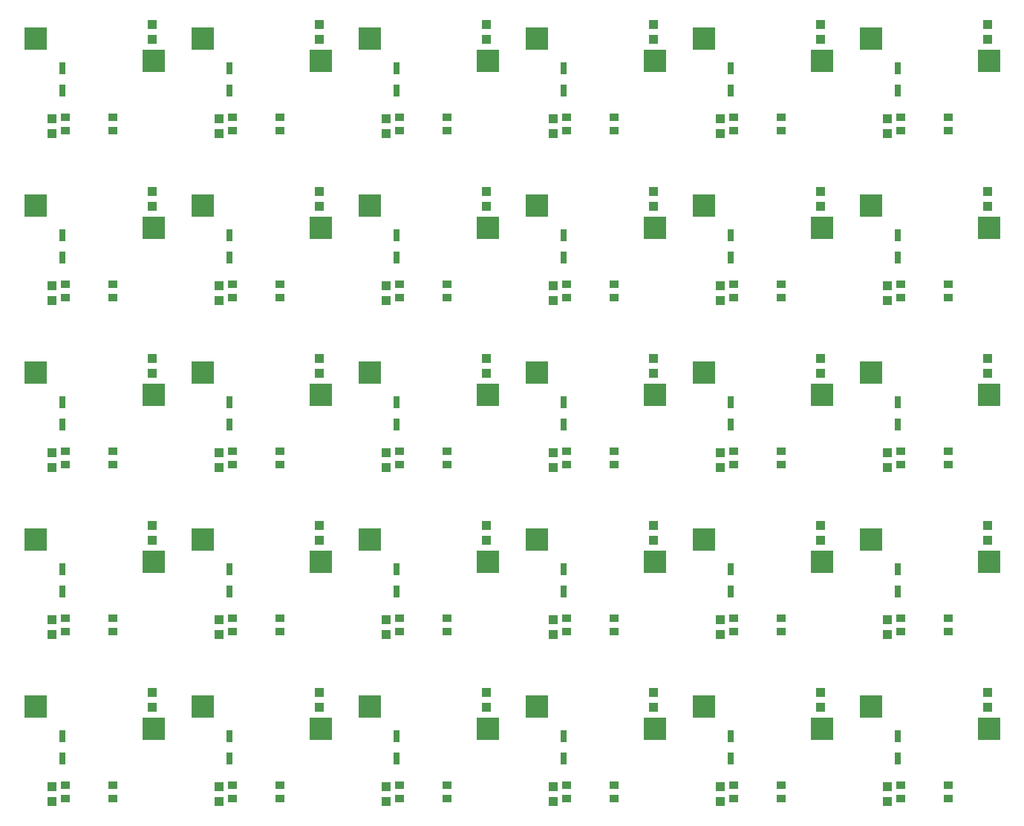
<source format=gbr>
G04 EAGLE Gerber RS-274X export*
G75*
%MOMM*%
%FSLAX34Y34*%
%LPD*%
%INSolderpaste Top*%
%IPPOS*%
%AMOC8*
5,1,8,0,0,1.08239X$1,22.5*%
G01*
%ADD10R,2.550000X2.500000*%
%ADD11R,1.100000X0.900000*%
%ADD12R,1.000000X1.075000*%
%ADD13R,0.800000X1.350000*%


D10*
X-60900Y50800D03*
X73600Y25000D03*
D11*
X-27000Y-54490D03*
X-27000Y-39490D03*
X27000Y-54490D03*
X27000Y-39490D03*
D12*
X-41910Y-41030D03*
X-41910Y-58030D03*
D13*
X-30480Y-8890D03*
X-30480Y16510D03*
D12*
X72390Y66920D03*
X72390Y49920D03*
D10*
X129600Y50800D03*
X264100Y25000D03*
D11*
X163500Y-54490D03*
X163500Y-39490D03*
X217500Y-54490D03*
X217500Y-39490D03*
D12*
X148590Y-41030D03*
X148590Y-58030D03*
D13*
X160020Y-8890D03*
X160020Y16510D03*
D12*
X262890Y66920D03*
X262890Y49920D03*
D10*
X320100Y50800D03*
X454600Y25000D03*
D11*
X354000Y-54490D03*
X354000Y-39490D03*
X408000Y-54490D03*
X408000Y-39490D03*
D12*
X339090Y-41030D03*
X339090Y-58030D03*
D13*
X350520Y-8890D03*
X350520Y16510D03*
D12*
X453390Y66920D03*
X453390Y49920D03*
D10*
X510600Y50800D03*
X645100Y25000D03*
D11*
X544500Y-54490D03*
X544500Y-39490D03*
X598500Y-54490D03*
X598500Y-39490D03*
D12*
X529590Y-41030D03*
X529590Y-58030D03*
D13*
X541020Y-8890D03*
X541020Y16510D03*
D12*
X643890Y66920D03*
X643890Y49920D03*
D10*
X701100Y50800D03*
X835600Y25000D03*
D11*
X735000Y-54490D03*
X735000Y-39490D03*
X789000Y-54490D03*
X789000Y-39490D03*
D12*
X720090Y-41030D03*
X720090Y-58030D03*
D13*
X731520Y-8890D03*
X731520Y16510D03*
D12*
X834390Y66920D03*
X834390Y49920D03*
D10*
X891600Y50800D03*
X1026100Y25000D03*
D11*
X925500Y-54490D03*
X925500Y-39490D03*
X979500Y-54490D03*
X979500Y-39490D03*
D12*
X910590Y-41030D03*
X910590Y-58030D03*
D13*
X922020Y-8890D03*
X922020Y16510D03*
D12*
X1024890Y66920D03*
X1024890Y49920D03*
D10*
X-60900Y-139700D03*
X73600Y-165500D03*
D11*
X-27000Y-244990D03*
X-27000Y-229990D03*
X27000Y-244990D03*
X27000Y-229990D03*
D12*
X-41910Y-231530D03*
X-41910Y-248530D03*
D13*
X-30480Y-199390D03*
X-30480Y-173990D03*
D12*
X72390Y-123580D03*
X72390Y-140580D03*
D10*
X129600Y-139700D03*
X264100Y-165500D03*
D11*
X163500Y-244990D03*
X163500Y-229990D03*
X217500Y-244990D03*
X217500Y-229990D03*
D12*
X148590Y-231530D03*
X148590Y-248530D03*
D13*
X160020Y-199390D03*
X160020Y-173990D03*
D12*
X262890Y-123580D03*
X262890Y-140580D03*
D10*
X320100Y-139700D03*
X454600Y-165500D03*
D11*
X354000Y-244990D03*
X354000Y-229990D03*
X408000Y-244990D03*
X408000Y-229990D03*
D12*
X339090Y-231530D03*
X339090Y-248530D03*
D13*
X350520Y-199390D03*
X350520Y-173990D03*
D12*
X453390Y-123580D03*
X453390Y-140580D03*
D10*
X510600Y-139700D03*
X645100Y-165500D03*
D11*
X544500Y-244990D03*
X544500Y-229990D03*
X598500Y-244990D03*
X598500Y-229990D03*
D12*
X529590Y-231530D03*
X529590Y-248530D03*
D13*
X541020Y-199390D03*
X541020Y-173990D03*
D12*
X643890Y-123580D03*
X643890Y-140580D03*
D10*
X701100Y-139700D03*
X835600Y-165500D03*
D11*
X735000Y-244990D03*
X735000Y-229990D03*
X789000Y-244990D03*
X789000Y-229990D03*
D12*
X720090Y-231530D03*
X720090Y-248530D03*
D13*
X731520Y-199390D03*
X731520Y-173990D03*
D12*
X834390Y-123580D03*
X834390Y-140580D03*
D10*
X891600Y-139700D03*
X1026100Y-165500D03*
D11*
X925500Y-244990D03*
X925500Y-229990D03*
X979500Y-244990D03*
X979500Y-229990D03*
D12*
X910590Y-231530D03*
X910590Y-248530D03*
D13*
X922020Y-199390D03*
X922020Y-173990D03*
D12*
X1024890Y-123580D03*
X1024890Y-140580D03*
D10*
X-60900Y-330200D03*
X73600Y-356000D03*
D11*
X-27000Y-435490D03*
X-27000Y-420490D03*
X27000Y-435490D03*
X27000Y-420490D03*
D12*
X-41910Y-422030D03*
X-41910Y-439030D03*
D13*
X-30480Y-389890D03*
X-30480Y-364490D03*
D12*
X72390Y-314080D03*
X72390Y-331080D03*
D10*
X129600Y-330200D03*
X264100Y-356000D03*
D11*
X163500Y-435490D03*
X163500Y-420490D03*
X217500Y-435490D03*
X217500Y-420490D03*
D12*
X148590Y-422030D03*
X148590Y-439030D03*
D13*
X160020Y-389890D03*
X160020Y-364490D03*
D12*
X262890Y-314080D03*
X262890Y-331080D03*
D10*
X320100Y-330200D03*
X454600Y-356000D03*
D11*
X354000Y-435490D03*
X354000Y-420490D03*
X408000Y-435490D03*
X408000Y-420490D03*
D12*
X339090Y-422030D03*
X339090Y-439030D03*
D13*
X350520Y-389890D03*
X350520Y-364490D03*
D12*
X453390Y-314080D03*
X453390Y-331080D03*
D10*
X510600Y-330200D03*
X645100Y-356000D03*
D11*
X544500Y-435490D03*
X544500Y-420490D03*
X598500Y-435490D03*
X598500Y-420490D03*
D12*
X529590Y-422030D03*
X529590Y-439030D03*
D13*
X541020Y-389890D03*
X541020Y-364490D03*
D12*
X643890Y-314080D03*
X643890Y-331080D03*
D10*
X701100Y-330200D03*
X835600Y-356000D03*
D11*
X735000Y-435490D03*
X735000Y-420490D03*
X789000Y-435490D03*
X789000Y-420490D03*
D12*
X720090Y-422030D03*
X720090Y-439030D03*
D13*
X731520Y-389890D03*
X731520Y-364490D03*
D12*
X834390Y-314080D03*
X834390Y-331080D03*
D10*
X891600Y-330200D03*
X1026100Y-356000D03*
D11*
X925500Y-435490D03*
X925500Y-420490D03*
X979500Y-435490D03*
X979500Y-420490D03*
D12*
X910590Y-422030D03*
X910590Y-439030D03*
D13*
X922020Y-389890D03*
X922020Y-364490D03*
D12*
X1024890Y-314080D03*
X1024890Y-331080D03*
D10*
X-60900Y-520700D03*
X73600Y-546500D03*
D11*
X-27000Y-625990D03*
X-27000Y-610990D03*
X27000Y-625990D03*
X27000Y-610990D03*
D12*
X-41910Y-612530D03*
X-41910Y-629530D03*
D13*
X-30480Y-580390D03*
X-30480Y-554990D03*
D12*
X72390Y-504580D03*
X72390Y-521580D03*
D10*
X129600Y-520700D03*
X264100Y-546500D03*
D11*
X163500Y-625990D03*
X163500Y-610990D03*
X217500Y-625990D03*
X217500Y-610990D03*
D12*
X148590Y-612530D03*
X148590Y-629530D03*
D13*
X160020Y-580390D03*
X160020Y-554990D03*
D12*
X262890Y-504580D03*
X262890Y-521580D03*
D10*
X320100Y-520700D03*
X454600Y-546500D03*
D11*
X354000Y-625990D03*
X354000Y-610990D03*
X408000Y-625990D03*
X408000Y-610990D03*
D12*
X339090Y-612530D03*
X339090Y-629530D03*
D13*
X350520Y-580390D03*
X350520Y-554990D03*
D12*
X453390Y-504580D03*
X453390Y-521580D03*
D10*
X510600Y-520700D03*
X645100Y-546500D03*
D11*
X544500Y-625990D03*
X544500Y-610990D03*
X598500Y-625990D03*
X598500Y-610990D03*
D12*
X529590Y-612530D03*
X529590Y-629530D03*
D13*
X541020Y-580390D03*
X541020Y-554990D03*
D12*
X643890Y-504580D03*
X643890Y-521580D03*
D10*
X701100Y-520700D03*
X835600Y-546500D03*
D11*
X735000Y-625990D03*
X735000Y-610990D03*
X789000Y-625990D03*
X789000Y-610990D03*
D12*
X720090Y-612530D03*
X720090Y-629530D03*
D13*
X731520Y-580390D03*
X731520Y-554990D03*
D12*
X834390Y-504580D03*
X834390Y-521580D03*
D10*
X891600Y-520700D03*
X1026100Y-546500D03*
D11*
X925500Y-625990D03*
X925500Y-610990D03*
X979500Y-625990D03*
X979500Y-610990D03*
D12*
X910590Y-612530D03*
X910590Y-629530D03*
D13*
X922020Y-580390D03*
X922020Y-554990D03*
D12*
X1024890Y-504580D03*
X1024890Y-521580D03*
D10*
X-60900Y-711200D03*
X73600Y-737000D03*
D11*
X-27000Y-816490D03*
X-27000Y-801490D03*
X27000Y-816490D03*
X27000Y-801490D03*
D12*
X-41910Y-803030D03*
X-41910Y-820030D03*
D13*
X-30480Y-770890D03*
X-30480Y-745490D03*
D12*
X72390Y-695080D03*
X72390Y-712080D03*
D10*
X129600Y-711200D03*
X264100Y-737000D03*
D11*
X163500Y-816490D03*
X163500Y-801490D03*
X217500Y-816490D03*
X217500Y-801490D03*
D12*
X148590Y-803030D03*
X148590Y-820030D03*
D13*
X160020Y-770890D03*
X160020Y-745490D03*
D12*
X262890Y-695080D03*
X262890Y-712080D03*
D10*
X320100Y-711200D03*
X454600Y-737000D03*
D11*
X354000Y-816490D03*
X354000Y-801490D03*
X408000Y-816490D03*
X408000Y-801490D03*
D12*
X339090Y-803030D03*
X339090Y-820030D03*
D13*
X350520Y-770890D03*
X350520Y-745490D03*
D12*
X453390Y-695080D03*
X453390Y-712080D03*
D10*
X510600Y-711200D03*
X645100Y-737000D03*
D11*
X544500Y-816490D03*
X544500Y-801490D03*
X598500Y-816490D03*
X598500Y-801490D03*
D12*
X529590Y-803030D03*
X529590Y-820030D03*
D13*
X541020Y-770890D03*
X541020Y-745490D03*
D12*
X643890Y-695080D03*
X643890Y-712080D03*
D10*
X701100Y-711200D03*
X835600Y-737000D03*
D11*
X735000Y-816490D03*
X735000Y-801490D03*
X789000Y-816490D03*
X789000Y-801490D03*
D12*
X720090Y-803030D03*
X720090Y-820030D03*
D13*
X731520Y-770890D03*
X731520Y-745490D03*
D12*
X834390Y-695080D03*
X834390Y-712080D03*
D10*
X891600Y-711200D03*
X1026100Y-737000D03*
D11*
X925500Y-816490D03*
X925500Y-801490D03*
X979500Y-816490D03*
X979500Y-801490D03*
D12*
X910590Y-803030D03*
X910590Y-820030D03*
D13*
X922020Y-770890D03*
X922020Y-745490D03*
D12*
X1024890Y-695080D03*
X1024890Y-712080D03*
M02*

</source>
